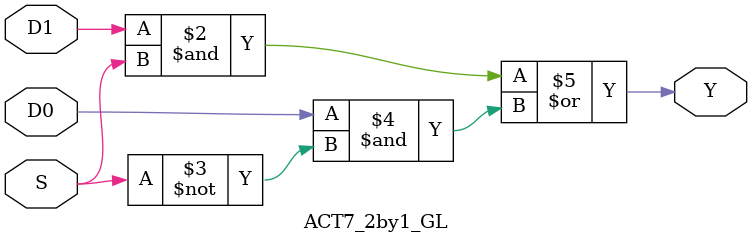
<source format=v>
module ACT7_2by1_GL(Y, D1, D0, S);
input D1, D0, S;
output reg Y;
always @(*) begin
Y = ((D1 & S) | (D0 & ~S));
end
endmodule
</source>
